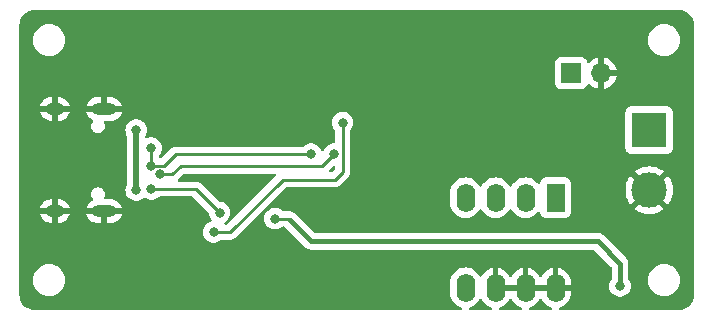
<source format=gbl>
G04 #@! TF.GenerationSoftware,KiCad,Pcbnew,7.0.5-0*
G04 #@! TF.CreationDate,2023-05-30T07:39:27+09:00*
G04 #@! TF.ProjectId,LDR6321_PD_Decoy,4c445236-3332-4315-9f50-445f4465636f,0.5*
G04 #@! TF.SameCoordinates,Original*
G04 #@! TF.FileFunction,Copper,L2,Bot*
G04 #@! TF.FilePolarity,Positive*
%FSLAX46Y46*%
G04 Gerber Fmt 4.6, Leading zero omitted, Abs format (unit mm)*
G04 Created by KiCad (PCBNEW 7.0.5-0) date 2023-05-30 07:39:27*
%MOMM*%
%LPD*%
G01*
G04 APERTURE LIST*
G04 #@! TA.AperFunction,ComponentPad*
%ADD10R,3.000000X3.000000*%
G04 #@! TD*
G04 #@! TA.AperFunction,ComponentPad*
%ADD11C,3.000000*%
G04 #@! TD*
G04 #@! TA.AperFunction,ComponentPad*
%ADD12R,1.700000X1.700000*%
G04 #@! TD*
G04 #@! TA.AperFunction,ComponentPad*
%ADD13O,1.700000X1.700000*%
G04 #@! TD*
G04 #@! TA.AperFunction,ComponentPad*
%ADD14R,1.600000X2.400000*%
G04 #@! TD*
G04 #@! TA.AperFunction,ComponentPad*
%ADD15O,1.600000X2.400000*%
G04 #@! TD*
G04 #@! TA.AperFunction,ComponentPad*
%ADD16O,2.100000X1.000000*%
G04 #@! TD*
G04 #@! TA.AperFunction,ComponentPad*
%ADD17O,1.600000X1.000000*%
G04 #@! TD*
G04 #@! TA.AperFunction,ViaPad*
%ADD18C,0.800000*%
G04 #@! TD*
G04 #@! TA.AperFunction,Conductor*
%ADD19C,0.500000*%
G04 #@! TD*
G04 #@! TA.AperFunction,Conductor*
%ADD20C,0.250000*%
G04 #@! TD*
G04 #@! TA.AperFunction,Conductor*
%ADD21C,0.400000*%
G04 #@! TD*
G04 APERTURE END LIST*
D10*
X155000000Y-73660000D03*
D11*
X155000000Y-78740000D03*
D12*
X148391000Y-68834000D03*
D13*
X150931000Y-68834000D03*
D14*
X147066000Y-79375000D03*
D15*
X144526000Y-79375000D03*
X141986000Y-79375000D03*
X139446000Y-79375000D03*
X139446000Y-86995000D03*
X141986000Y-86995000D03*
X144526000Y-86995000D03*
X147066000Y-86995000D03*
D16*
X108854000Y-71880000D03*
D17*
X104674000Y-71880000D03*
D16*
X108854000Y-80520000D03*
D17*
X104674000Y-80520000D03*
D18*
X133350000Y-86360000D03*
X128905000Y-68580000D03*
X111379000Y-70612000D03*
X135890000Y-74930000D03*
X131826000Y-84515500D03*
X143891000Y-81788000D03*
X110490000Y-83820000D03*
X116205000Y-86995000D03*
X115824000Y-71120000D03*
X107950000Y-86360000D03*
X144780000Y-66040000D03*
X107950000Y-67310000D03*
X147320000Y-66040000D03*
X152400000Y-66040000D03*
X110490000Y-86360000D03*
X138430000Y-76200000D03*
X125730000Y-86360000D03*
X111506000Y-80137000D03*
X141224000Y-81661000D03*
X149860000Y-66040000D03*
X113665000Y-86995000D03*
X129540000Y-86360000D03*
X119888000Y-78105000D03*
X135890000Y-76200000D03*
X131699000Y-76962000D03*
X138430000Y-74930000D03*
X107950000Y-69850000D03*
X111379000Y-72009000D03*
X107950000Y-83820000D03*
X128905000Y-70485000D03*
X111566000Y-73660000D03*
X111566000Y-78740000D03*
X118618000Y-80645000D03*
X112836000Y-78645000D03*
X118110000Y-82296000D03*
X129032000Y-73025000D03*
X113559814Y-77399000D03*
X128307500Y-75692000D03*
X126365000Y-75692000D03*
X112836000Y-76674500D03*
X112836000Y-75184000D03*
X123317000Y-81153000D03*
X152527000Y-86868000D03*
D19*
X111566000Y-73660000D02*
X111566000Y-78740000D01*
D20*
X118618000Y-80645000D02*
X116618000Y-78645000D01*
X116618000Y-78645000D02*
X112836000Y-78645000D01*
X129032000Y-77216000D02*
X129032000Y-73025000D01*
X123952000Y-77851000D02*
X128397000Y-77851000D01*
X119507000Y-82296000D02*
X123952000Y-77851000D01*
X128397000Y-77851000D02*
X129032000Y-77216000D01*
X118110000Y-82296000D02*
X119507000Y-82296000D01*
X127291500Y-76708000D02*
X128307500Y-75692000D01*
X115316000Y-76708000D02*
X127291500Y-76708000D01*
X114625000Y-77399000D02*
X115316000Y-76708000D01*
X113559814Y-77399000D02*
X114625000Y-77399000D01*
X113952500Y-76674500D02*
X112836000Y-76674500D01*
X114935000Y-75692000D02*
X113952500Y-76674500D01*
X112836000Y-75184000D02*
X112836000Y-76674500D01*
X126365000Y-75692000D02*
X114935000Y-75692000D01*
D21*
X152527000Y-86868000D02*
X152527000Y-84963000D01*
X152527000Y-84963000D02*
X150622000Y-83058000D01*
D20*
X124460000Y-81153000D02*
X123317000Y-81153000D01*
X124587000Y-81280000D02*
X124460000Y-81153000D01*
D21*
X126365000Y-83058000D02*
X124587000Y-81280000D01*
X150622000Y-83058000D02*
X126365000Y-83058000D01*
G04 #@! TA.AperFunction,Conductor*
G36*
X123333271Y-77361185D02*
G01*
X123379026Y-77413989D01*
X123388970Y-77483147D01*
X123359945Y-77546703D01*
X123353913Y-77553181D01*
X119280914Y-81626181D01*
X119219591Y-81659666D01*
X119193233Y-81662500D01*
X119144797Y-81662500D01*
X119077758Y-81642815D01*
X119032003Y-81590011D01*
X119022059Y-81520853D01*
X119051084Y-81457297D01*
X119071911Y-81438182D01*
X119087018Y-81427206D01*
X119229253Y-81323866D01*
X119357040Y-81181944D01*
X119452527Y-81016556D01*
X119511542Y-80834928D01*
X119531504Y-80645000D01*
X119511542Y-80455072D01*
X119452527Y-80273444D01*
X119357040Y-80108056D01*
X119229638Y-79966562D01*
X119229254Y-79966135D01*
X119144741Y-79904732D01*
X119074752Y-79853882D01*
X118900288Y-79776206D01*
X118900286Y-79776205D01*
X118713487Y-79736500D01*
X118656766Y-79736500D01*
X118589727Y-79716815D01*
X118569085Y-79700181D01*
X117125088Y-78256183D01*
X117115187Y-78243823D01*
X117114977Y-78243998D01*
X117110002Y-78237986D01*
X117110000Y-78237982D01*
X117059621Y-78190673D01*
X117058253Y-78189348D01*
X117037770Y-78168865D01*
X117037769Y-78168864D01*
X117037767Y-78168862D01*
X117035250Y-78166910D01*
X117032183Y-78164531D01*
X117027750Y-78160744D01*
X116993321Y-78128414D01*
X116993319Y-78128412D01*
X116975431Y-78118578D01*
X116959170Y-78107897D01*
X116943039Y-78095384D01*
X116899693Y-78076627D01*
X116894445Y-78074056D01*
X116861993Y-78056216D01*
X116853060Y-78051305D01*
X116849660Y-78050432D01*
X116833287Y-78046228D01*
X116814881Y-78039926D01*
X116796144Y-78031818D01*
X116796146Y-78031818D01*
X116749496Y-78024430D01*
X116743781Y-78023246D01*
X116723612Y-78018068D01*
X116698032Y-78011500D01*
X116698030Y-78011500D01*
X116677616Y-78011500D01*
X116658217Y-78009973D01*
X116638058Y-78006780D01*
X116638057Y-78006780D01*
X116591034Y-78011225D01*
X116585196Y-78011500D01*
X115207765Y-78011500D01*
X115140726Y-77991815D01*
X115094971Y-77939011D01*
X115085027Y-77869853D01*
X115114052Y-77806297D01*
X115120084Y-77799819D01*
X115542085Y-77377819D01*
X115603408Y-77344334D01*
X115629766Y-77341500D01*
X123266232Y-77341500D01*
X123333271Y-77361185D01*
G37*
G04 #@! TD.AperFunction*
G04 #@! TA.AperFunction,Conductor*
G36*
X141111515Y-63500880D02*
G01*
X157516495Y-63510485D01*
X157516586Y-63510500D01*
X157536588Y-63510500D01*
X157537560Y-63510500D01*
X157542426Y-63510691D01*
X157569842Y-63512848D01*
X157727305Y-63525241D01*
X157746517Y-63528284D01*
X157919721Y-63569866D01*
X157938216Y-63575875D01*
X158025539Y-63612046D01*
X158102786Y-63644043D01*
X158120123Y-63652877D01*
X158271993Y-63745943D01*
X158287735Y-63757380D01*
X158423180Y-63873061D01*
X158436938Y-63886819D01*
X158552619Y-64022264D01*
X158564056Y-64038006D01*
X158657122Y-64189876D01*
X158665956Y-64207213D01*
X158734121Y-64371776D01*
X158740134Y-64390281D01*
X158746574Y-64417105D01*
X158750000Y-64446053D01*
X158750000Y-87953946D01*
X158746573Y-87982895D01*
X158740133Y-88009718D01*
X158734121Y-88028222D01*
X158665956Y-88192786D01*
X158657122Y-88210123D01*
X158564056Y-88361993D01*
X158552619Y-88377735D01*
X158436938Y-88513180D01*
X158423180Y-88526938D01*
X158287735Y-88642619D01*
X158271993Y-88654056D01*
X158120123Y-88747122D01*
X158102786Y-88755956D01*
X157938223Y-88824121D01*
X157919716Y-88830134D01*
X157746518Y-88871714D01*
X157727302Y-88874758D01*
X157542427Y-88889309D01*
X157537560Y-88889500D01*
X147453140Y-88889500D01*
X147386101Y-88869815D01*
X147340346Y-88817011D01*
X147330402Y-88747853D01*
X147359427Y-88684297D01*
X147418205Y-88646523D01*
X147421047Y-88645725D01*
X147512317Y-88621269D01*
X147512326Y-88621265D01*
X147718482Y-88525134D01*
X147904820Y-88394657D01*
X148065657Y-88233820D01*
X148196134Y-88047482D01*
X148292265Y-87841326D01*
X148292269Y-87841317D01*
X148351139Y-87621610D01*
X148351141Y-87621599D01*
X148365999Y-87451766D01*
X148366000Y-87451764D01*
X148366000Y-87245000D01*
X147381686Y-87245000D01*
X147393641Y-87233045D01*
X147451165Y-87120148D01*
X147470986Y-86995000D01*
X147451165Y-86869852D01*
X147393641Y-86756955D01*
X147381686Y-86745000D01*
X148366000Y-86745000D01*
X148366000Y-86538235D01*
X148365999Y-86538233D01*
X148351141Y-86368400D01*
X148351139Y-86368389D01*
X148292269Y-86148682D01*
X148292265Y-86148673D01*
X148196134Y-85942517D01*
X148065657Y-85756179D01*
X147904820Y-85595342D01*
X147718482Y-85464865D01*
X147512328Y-85368734D01*
X147316000Y-85316127D01*
X147315999Y-86679313D01*
X147304045Y-86667359D01*
X147191148Y-86609835D01*
X147097481Y-86595000D01*
X147034519Y-86595000D01*
X146940852Y-86609835D01*
X146827955Y-86667359D01*
X146816000Y-86679314D01*
X146816000Y-85316127D01*
X146619671Y-85368734D01*
X146413517Y-85464865D01*
X146227179Y-85595342D01*
X146066342Y-85756179D01*
X145935865Y-85942517D01*
X145908382Y-86001457D01*
X145862210Y-86053896D01*
X145795016Y-86073048D01*
X145728135Y-86052832D01*
X145683618Y-86001457D01*
X145656134Y-85942517D01*
X145525657Y-85756179D01*
X145364820Y-85595342D01*
X145178482Y-85464865D01*
X144972328Y-85368734D01*
X144776000Y-85316127D01*
X144776000Y-86679314D01*
X144764045Y-86667359D01*
X144651148Y-86609835D01*
X144557481Y-86595000D01*
X144494519Y-86595000D01*
X144400852Y-86609835D01*
X144287955Y-86667359D01*
X144276000Y-86679314D01*
X144276000Y-85316127D01*
X144079671Y-85368734D01*
X143873517Y-85464865D01*
X143687179Y-85595342D01*
X143526342Y-85756179D01*
X143395865Y-85942517D01*
X143368382Y-86001457D01*
X143322210Y-86053896D01*
X143255016Y-86073048D01*
X143188135Y-86052832D01*
X143143618Y-86001457D01*
X143116134Y-85942517D01*
X142985657Y-85756179D01*
X142824820Y-85595342D01*
X142638482Y-85464865D01*
X142432328Y-85368734D01*
X142236000Y-85316127D01*
X142236000Y-86679314D01*
X142224045Y-86667359D01*
X142111148Y-86609835D01*
X142017481Y-86595000D01*
X141954519Y-86595000D01*
X141860852Y-86609835D01*
X141747955Y-86667359D01*
X141736000Y-86679314D01*
X141736000Y-85316127D01*
X141539671Y-85368734D01*
X141333517Y-85464865D01*
X141147179Y-85595342D01*
X140986342Y-85756179D01*
X140855865Y-85942517D01*
X140833071Y-85991401D01*
X140786898Y-86043840D01*
X140719705Y-86062992D01*
X140652824Y-86042776D01*
X140608307Y-85991401D01*
X140583523Y-85938251D01*
X140554173Y-85896335D01*
X140452198Y-85750700D01*
X140290300Y-85588802D01*
X140102749Y-85457477D01*
X140102745Y-85457475D01*
X139895249Y-85360718D01*
X139895238Y-85360714D01*
X139674089Y-85301457D01*
X139674081Y-85301456D01*
X139446002Y-85281502D01*
X139445998Y-85281502D01*
X139217918Y-85301456D01*
X139217910Y-85301457D01*
X138996761Y-85360714D01*
X138996750Y-85360718D01*
X138789254Y-85457475D01*
X138789252Y-85457476D01*
X138789249Y-85457477D01*
X138789251Y-85457477D01*
X138601700Y-85588802D01*
X138601698Y-85588803D01*
X138601695Y-85588806D01*
X138439806Y-85750695D01*
X138308476Y-85938252D01*
X138308475Y-85938254D01*
X138211718Y-86145750D01*
X138211714Y-86145761D01*
X138152457Y-86366910D01*
X138152456Y-86366918D01*
X138137500Y-86537869D01*
X138137500Y-87452130D01*
X138152456Y-87623081D01*
X138152457Y-87623089D01*
X138211714Y-87844238D01*
X138211718Y-87844249D01*
X138297506Y-88028222D01*
X138308477Y-88051749D01*
X138439802Y-88239300D01*
X138601700Y-88401198D01*
X138789251Y-88532523D01*
X138914091Y-88590736D01*
X138996750Y-88629281D01*
X138996752Y-88629281D01*
X138996757Y-88629284D01*
X138996761Y-88629285D01*
X139058115Y-88645725D01*
X139117775Y-88682090D01*
X139148304Y-88744937D01*
X139140009Y-88814313D01*
X139095524Y-88868191D01*
X139028972Y-88889465D01*
X139026021Y-88889500D01*
X102932440Y-88889500D01*
X102927573Y-88889309D01*
X102742697Y-88874758D01*
X102723481Y-88871714D01*
X102550283Y-88830134D01*
X102531776Y-88824121D01*
X102367213Y-88755956D01*
X102349876Y-88747122D01*
X102198006Y-88654056D01*
X102182264Y-88642619D01*
X102046819Y-88526938D01*
X102033061Y-88513180D01*
X101917380Y-88377735D01*
X101905943Y-88361993D01*
X101812877Y-88210123D01*
X101804043Y-88192786D01*
X101790316Y-88159648D01*
X101735875Y-88028216D01*
X101729865Y-88009716D01*
X101727196Y-87998599D01*
X101688284Y-87836517D01*
X101685241Y-87817301D01*
X101670691Y-87632425D01*
X101670500Y-87627559D01*
X101670500Y-86360000D01*
X102844341Y-86360000D01*
X102864936Y-86595403D01*
X102864938Y-86595413D01*
X102926094Y-86823655D01*
X102926096Y-86823659D01*
X102926097Y-86823663D01*
X102976031Y-86930745D01*
X103025964Y-87037828D01*
X103025965Y-87037830D01*
X103161505Y-87231402D01*
X103328597Y-87398494D01*
X103522169Y-87534034D01*
X103522171Y-87534035D01*
X103736337Y-87633903D01*
X103964592Y-87695063D01*
X104141032Y-87710499D01*
X104141033Y-87710500D01*
X104141034Y-87710500D01*
X104258967Y-87710500D01*
X104258967Y-87710499D01*
X104435408Y-87695063D01*
X104663663Y-87633903D01*
X104877829Y-87534035D01*
X105071401Y-87398495D01*
X105238495Y-87231401D01*
X105374035Y-87037830D01*
X105473903Y-86823663D01*
X105535063Y-86595408D01*
X105555659Y-86360000D01*
X105535063Y-86124592D01*
X105486277Y-85942517D01*
X105473905Y-85896344D01*
X105473904Y-85896343D01*
X105473903Y-85896337D01*
X105374035Y-85682171D01*
X105374034Y-85682169D01*
X105238494Y-85488597D01*
X105071402Y-85321505D01*
X104877830Y-85185965D01*
X104877828Y-85185964D01*
X104770746Y-85136030D01*
X104663663Y-85086097D01*
X104663659Y-85086096D01*
X104663655Y-85086094D01*
X104435413Y-85024938D01*
X104435403Y-85024936D01*
X104258967Y-85009500D01*
X104258966Y-85009500D01*
X104141034Y-85009500D01*
X104141033Y-85009500D01*
X103964596Y-85024936D01*
X103964586Y-85024938D01*
X103736344Y-85086094D01*
X103736335Y-85086098D01*
X103522171Y-85185964D01*
X103522169Y-85185965D01*
X103328597Y-85321505D01*
X103161506Y-85488597D01*
X103161501Y-85488604D01*
X103025967Y-85682165D01*
X103025965Y-85682169D01*
X102926098Y-85896335D01*
X102926094Y-85896344D01*
X102864938Y-86124586D01*
X102864936Y-86124596D01*
X102844341Y-86359999D01*
X102844341Y-86360000D01*
X101670500Y-86360000D01*
X101670500Y-80770000D01*
X103400634Y-80770000D01*
X103400931Y-80771946D01*
X103400933Y-80771952D01*
X103471562Y-80962657D01*
X103471565Y-80962664D01*
X103579149Y-81135267D01*
X103719264Y-81282668D01*
X103719266Y-81282669D01*
X103886195Y-81398856D01*
X104073092Y-81479059D01*
X104272310Y-81520000D01*
X104424000Y-81520000D01*
X104424000Y-80820000D01*
X104924000Y-80820000D01*
X104924000Y-81520000D01*
X105024713Y-81520000D01*
X105176338Y-81504581D01*
X105370381Y-81443700D01*
X105370391Y-81443695D01*
X105548215Y-81344994D01*
X105548216Y-81344994D01*
X105702530Y-81212521D01*
X105702531Y-81212520D01*
X105827018Y-81051695D01*
X105916588Y-80869093D01*
X105942246Y-80770000D01*
X107330634Y-80770000D01*
X107330931Y-80771946D01*
X107330933Y-80771952D01*
X107401562Y-80962657D01*
X107401565Y-80962664D01*
X107509149Y-81135267D01*
X107649264Y-81282668D01*
X107649266Y-81282669D01*
X107816195Y-81398856D01*
X108003092Y-81479059D01*
X108202310Y-81520000D01*
X108604000Y-81520000D01*
X108604000Y-80820000D01*
X109104000Y-80820000D01*
X109104000Y-81520000D01*
X109454713Y-81520000D01*
X109606338Y-81504581D01*
X109800381Y-81443700D01*
X109800391Y-81443695D01*
X109978215Y-81344994D01*
X109978216Y-81344994D01*
X110132530Y-81212521D01*
X110132531Y-81212520D01*
X110257018Y-81051695D01*
X110346588Y-80869093D01*
X110372246Y-80770000D01*
X109570111Y-80770000D01*
X109609610Y-80745543D01*
X109677201Y-80656038D01*
X109707895Y-80548160D01*
X109697546Y-80436479D01*
X109647552Y-80336078D01*
X109575069Y-80270000D01*
X110377366Y-80270000D01*
X110377068Y-80268053D01*
X110377066Y-80268047D01*
X110306437Y-80077342D01*
X110306434Y-80077335D01*
X110198850Y-79904732D01*
X110058735Y-79757331D01*
X110058733Y-79757330D01*
X109891804Y-79641143D01*
X109704907Y-79560940D01*
X109505690Y-79520000D01*
X108954384Y-79520000D01*
X108887345Y-79500315D01*
X108841590Y-79447511D01*
X108831646Y-79378353D01*
X108839823Y-79348547D01*
X108851843Y-79319527D01*
X108884687Y-79240236D01*
X108904466Y-79090000D01*
X108884687Y-78939764D01*
X108826698Y-78799767D01*
X108780837Y-78740000D01*
X110652496Y-78740000D01*
X110672458Y-78929928D01*
X110672459Y-78929931D01*
X110731470Y-79111549D01*
X110731473Y-79111556D01*
X110826960Y-79276944D01*
X110954747Y-79418866D01*
X111109248Y-79531118D01*
X111283712Y-79608794D01*
X111470513Y-79648500D01*
X111661487Y-79648500D01*
X111848288Y-79608794D01*
X112022752Y-79531118D01*
X112177253Y-79418866D01*
X112177258Y-79418859D01*
X112182083Y-79414517D01*
X112184105Y-79416763D01*
X112232362Y-79386944D01*
X112302221Y-79388179D01*
X112338070Y-79406200D01*
X112379248Y-79436118D01*
X112553712Y-79513794D01*
X112740513Y-79553500D01*
X112931487Y-79553500D01*
X113118288Y-79513794D01*
X113292752Y-79436118D01*
X113447253Y-79323866D01*
X113451159Y-79319527D01*
X113510646Y-79282879D01*
X113543309Y-79278500D01*
X116304234Y-79278500D01*
X116371273Y-79298185D01*
X116391915Y-79314819D01*
X117671379Y-80594284D01*
X117704864Y-80655607D01*
X117707018Y-80668999D01*
X117724458Y-80834928D01*
X117724459Y-80834931D01*
X117783470Y-81016549D01*
X117783473Y-81016556D01*
X117878960Y-81181944D01*
X117906491Y-81212520D01*
X117912375Y-81219055D01*
X117942605Y-81282046D01*
X117933980Y-81351382D01*
X117889238Y-81405047D01*
X117846007Y-81423317D01*
X117827713Y-81427205D01*
X117653246Y-81504883D01*
X117498745Y-81617135D01*
X117370959Y-81759057D01*
X117275473Y-81924443D01*
X117275470Y-81924450D01*
X117230940Y-82061500D01*
X117216458Y-82106072D01*
X117196496Y-82296000D01*
X117216458Y-82485928D01*
X117216459Y-82485931D01*
X117275470Y-82667549D01*
X117275473Y-82667556D01*
X117370960Y-82832944D01*
X117498747Y-82974866D01*
X117653248Y-83087118D01*
X117827712Y-83164794D01*
X118014513Y-83204500D01*
X118205487Y-83204500D01*
X118392288Y-83164794D01*
X118566752Y-83087118D01*
X118721253Y-82974866D01*
X118725159Y-82970527D01*
X118784646Y-82933879D01*
X118817309Y-82929500D01*
X119423366Y-82929500D01*
X119439113Y-82931238D01*
X119439139Y-82930968D01*
X119446906Y-82931702D01*
X119446908Y-82931701D01*
X119446909Y-82931702D01*
X119456259Y-82931408D01*
X119515991Y-82929531D01*
X119517939Y-82929500D01*
X119546857Y-82929500D01*
X119548222Y-82929327D01*
X119553862Y-82928614D01*
X119559685Y-82928156D01*
X119585708Y-82927338D01*
X119606890Y-82926673D01*
X119616681Y-82923827D01*
X119626481Y-82920980D01*
X119645538Y-82917032D01*
X119665797Y-82914474D01*
X119709721Y-82897082D01*
X119715221Y-82895199D01*
X119760593Y-82882018D01*
X119778165Y-82871625D01*
X119795632Y-82863068D01*
X119814617Y-82855552D01*
X119852826Y-82827790D01*
X119857704Y-82824585D01*
X119898362Y-82800542D01*
X119912802Y-82786100D01*
X119927592Y-82773470D01*
X119944107Y-82761472D01*
X119974222Y-82725067D01*
X119978126Y-82720776D01*
X121545902Y-81153000D01*
X122403496Y-81153000D01*
X122423458Y-81342928D01*
X122423459Y-81342931D01*
X122482470Y-81524549D01*
X122482473Y-81524556D01*
X122577960Y-81689944D01*
X122705747Y-81831866D01*
X122860248Y-81944118D01*
X123034712Y-82021794D01*
X123221513Y-82061500D01*
X123412487Y-82061500D01*
X123599288Y-82021794D01*
X123773752Y-81944118D01*
X123928253Y-81831866D01*
X123932159Y-81827527D01*
X123991646Y-81790879D01*
X124024309Y-81786500D01*
X124040168Y-81786500D01*
X124107207Y-81806185D01*
X124127849Y-81822819D01*
X125847563Y-83542533D01*
X125850115Y-83545245D01*
X125891722Y-83592210D01*
X125891727Y-83592215D01*
X125943377Y-83627867D01*
X125946368Y-83630067D01*
X125995774Y-83668775D01*
X126005239Y-83673035D01*
X126024783Y-83684058D01*
X126033325Y-83689954D01*
X126091984Y-83712200D01*
X126095439Y-83713630D01*
X126152667Y-83739387D01*
X126152671Y-83739389D01*
X126162881Y-83741260D01*
X126184500Y-83747286D01*
X126194199Y-83750965D01*
X126256480Y-83758527D01*
X126260184Y-83759091D01*
X126275096Y-83761823D01*
X126321908Y-83770402D01*
X126321909Y-83770401D01*
X126321910Y-83770402D01*
X126384552Y-83766613D01*
X126388296Y-83766500D01*
X150277168Y-83766500D01*
X150344207Y-83786185D01*
X150364849Y-83802819D01*
X151782181Y-85220151D01*
X151815666Y-85281474D01*
X151818500Y-85307832D01*
X151818500Y-86249538D01*
X151798815Y-86316577D01*
X151791775Y-86325797D01*
X151791779Y-86325800D01*
X151787957Y-86331059D01*
X151692473Y-86496443D01*
X151692470Y-86496450D01*
X151636939Y-86667359D01*
X151633458Y-86678072D01*
X151613496Y-86868000D01*
X151633458Y-87057928D01*
X151633459Y-87057931D01*
X151692470Y-87239549D01*
X151692473Y-87239556D01*
X151787960Y-87404944D01*
X151915747Y-87546866D01*
X152070248Y-87659118D01*
X152244712Y-87736794D01*
X152431513Y-87776500D01*
X152622487Y-87776500D01*
X152809288Y-87736794D01*
X152983752Y-87659118D01*
X153138253Y-87546866D01*
X153266040Y-87404944D01*
X153361527Y-87239556D01*
X153420542Y-87057928D01*
X153440504Y-86868000D01*
X153420542Y-86678072D01*
X153361527Y-86496444D01*
X153282751Y-86360000D01*
X154914341Y-86360000D01*
X154934936Y-86595403D01*
X154934938Y-86595413D01*
X154996094Y-86823655D01*
X154996096Y-86823659D01*
X154996097Y-86823663D01*
X155046030Y-86930746D01*
X155095964Y-87037828D01*
X155095965Y-87037830D01*
X155231505Y-87231402D01*
X155398597Y-87398494D01*
X155592169Y-87534034D01*
X155592171Y-87534035D01*
X155806337Y-87633903D01*
X156034592Y-87695063D01*
X156211032Y-87710499D01*
X156211033Y-87710500D01*
X156211034Y-87710500D01*
X156328967Y-87710500D01*
X156328967Y-87710499D01*
X156505408Y-87695063D01*
X156733663Y-87633903D01*
X156947829Y-87534035D01*
X157141401Y-87398495D01*
X157308495Y-87231401D01*
X157444035Y-87037830D01*
X157543903Y-86823663D01*
X157605063Y-86595408D01*
X157625659Y-86360000D01*
X157605063Y-86124592D01*
X157556277Y-85942517D01*
X157543905Y-85896344D01*
X157543904Y-85896343D01*
X157543903Y-85896337D01*
X157444035Y-85682171D01*
X157444034Y-85682169D01*
X157308494Y-85488597D01*
X157141402Y-85321505D01*
X156947830Y-85185965D01*
X156947828Y-85185964D01*
X156840745Y-85136030D01*
X156733663Y-85086097D01*
X156733659Y-85086096D01*
X156733655Y-85086094D01*
X156505413Y-85024938D01*
X156505403Y-85024936D01*
X156328967Y-85009500D01*
X156328966Y-85009500D01*
X156211034Y-85009500D01*
X156211033Y-85009500D01*
X156034596Y-85024936D01*
X156034586Y-85024938D01*
X155806344Y-85086094D01*
X155806335Y-85086098D01*
X155592171Y-85185964D01*
X155592169Y-85185965D01*
X155398597Y-85321505D01*
X155231506Y-85488597D01*
X155231501Y-85488604D01*
X155095967Y-85682165D01*
X155095965Y-85682169D01*
X154996098Y-85896335D01*
X154996094Y-85896344D01*
X154934938Y-86124586D01*
X154934936Y-86124596D01*
X154914341Y-86359999D01*
X154914341Y-86360000D01*
X153282751Y-86360000D01*
X153266040Y-86331056D01*
X153266039Y-86331054D01*
X153262221Y-86325800D01*
X153263633Y-86324773D01*
X153237118Y-86269503D01*
X153235500Y-86249538D01*
X153235500Y-84986295D01*
X153235613Y-84982551D01*
X153239402Y-84919908D01*
X153228091Y-84858184D01*
X153227527Y-84854480D01*
X153219965Y-84792203D01*
X153219965Y-84792199D01*
X153216286Y-84782500D01*
X153210260Y-84760881D01*
X153208389Y-84750671D01*
X153208387Y-84750667D01*
X153182634Y-84693447D01*
X153181200Y-84689984D01*
X153158954Y-84631326D01*
X153158954Y-84631325D01*
X153153058Y-84622783D01*
X153142035Y-84603239D01*
X153137775Y-84593774D01*
X153099067Y-84544368D01*
X153096867Y-84541377D01*
X153061215Y-84489727D01*
X153061210Y-84489722D01*
X153014245Y-84448115D01*
X153011533Y-84445563D01*
X151139434Y-82573464D01*
X151136900Y-82570772D01*
X151095273Y-82523785D01*
X151095272Y-82523784D01*
X151095271Y-82523783D01*
X151043628Y-82488136D01*
X151040611Y-82485916D01*
X150991227Y-82447225D01*
X150985235Y-82444528D01*
X150981760Y-82442964D01*
X150962216Y-82431941D01*
X150957210Y-82428486D01*
X150953677Y-82426047D01*
X150953672Y-82426044D01*
X150895015Y-82403798D01*
X150891555Y-82402365D01*
X150834331Y-82376611D01*
X150834332Y-82376611D01*
X150824110Y-82374738D01*
X150802510Y-82368716D01*
X150792801Y-82365035D01*
X150792797Y-82365034D01*
X150792796Y-82365034D01*
X150730511Y-82357470D01*
X150726810Y-82356907D01*
X150665096Y-82345598D01*
X150665090Y-82345598D01*
X150602455Y-82349387D01*
X150598710Y-82349500D01*
X126709832Y-82349500D01*
X126642793Y-82329815D01*
X126622151Y-82313181D01*
X125057682Y-80748711D01*
X124975345Y-80684204D01*
X124956226Y-80669225D01*
X124956224Y-80669224D01*
X124956223Y-80669223D01*
X124956222Y-80669222D01*
X124799331Y-80598611D01*
X124769940Y-80593225D01*
X124732557Y-80579919D01*
X124695060Y-80559305D01*
X124695056Y-80559304D01*
X124675287Y-80554228D01*
X124656881Y-80547926D01*
X124638144Y-80539818D01*
X124638146Y-80539818D01*
X124591496Y-80532430D01*
X124585781Y-80531246D01*
X124565612Y-80526068D01*
X124540032Y-80519500D01*
X124540030Y-80519500D01*
X124519616Y-80519500D01*
X124500217Y-80517973D01*
X124480058Y-80514780D01*
X124480057Y-80514780D01*
X124433034Y-80519225D01*
X124427196Y-80519500D01*
X124024309Y-80519500D01*
X123957270Y-80499815D01*
X123932160Y-80478473D01*
X123928254Y-80474135D01*
X123902017Y-80455072D01*
X123773752Y-80361882D01*
X123599288Y-80284206D01*
X123599286Y-80284205D01*
X123412487Y-80244500D01*
X123221513Y-80244500D01*
X123034714Y-80284205D01*
X122860246Y-80361883D01*
X122705745Y-80474135D01*
X122577959Y-80616057D01*
X122482473Y-80781443D01*
X122482470Y-80781450D01*
X122423459Y-80963068D01*
X122423458Y-80963072D01*
X122403496Y-81153000D01*
X121545902Y-81153000D01*
X122866773Y-79832130D01*
X138137500Y-79832130D01*
X138152456Y-80003081D01*
X138152457Y-80003089D01*
X138211714Y-80224238D01*
X138211718Y-80224249D01*
X138306173Y-80426808D01*
X138308477Y-80431749D01*
X138439802Y-80619300D01*
X138601700Y-80781198D01*
X138789251Y-80912523D01*
X138914091Y-80970736D01*
X138996750Y-81009281D01*
X138996752Y-81009281D01*
X138996757Y-81009284D01*
X139217913Y-81068543D01*
X139380832Y-81082796D01*
X139445998Y-81088498D01*
X139446000Y-81088498D01*
X139446002Y-81088498D01*
X139503139Y-81083499D01*
X139674087Y-81068543D01*
X139895243Y-81009284D01*
X140102749Y-80912523D01*
X140290300Y-80781198D01*
X140452198Y-80619300D01*
X140583523Y-80431749D01*
X140603617Y-80388655D01*
X140649790Y-80336215D01*
X140716983Y-80317063D01*
X140783864Y-80337278D01*
X140828382Y-80388655D01*
X140846172Y-80426807D01*
X140848477Y-80431749D01*
X140979802Y-80619300D01*
X141141700Y-80781198D01*
X141329251Y-80912523D01*
X141454091Y-80970736D01*
X141536750Y-81009281D01*
X141536752Y-81009281D01*
X141536757Y-81009284D01*
X141757913Y-81068543D01*
X141920832Y-81082796D01*
X141985998Y-81088498D01*
X141986000Y-81088498D01*
X141986002Y-81088498D01*
X142043139Y-81083499D01*
X142214087Y-81068543D01*
X142435243Y-81009284D01*
X142642749Y-80912523D01*
X142830300Y-80781198D01*
X142992198Y-80619300D01*
X143123523Y-80431749D01*
X143143617Y-80388655D01*
X143189790Y-80336215D01*
X143256983Y-80317063D01*
X143323864Y-80337278D01*
X143368382Y-80388655D01*
X143386172Y-80426807D01*
X143388477Y-80431749D01*
X143519802Y-80619300D01*
X143681700Y-80781198D01*
X143869251Y-80912523D01*
X143994091Y-80970736D01*
X144076750Y-81009281D01*
X144076752Y-81009281D01*
X144076757Y-81009284D01*
X144297913Y-81068543D01*
X144460832Y-81082796D01*
X144525998Y-81088498D01*
X144526000Y-81088498D01*
X144526002Y-81088498D01*
X144583139Y-81083499D01*
X144754087Y-81068543D01*
X144975243Y-81009284D01*
X145182749Y-80912523D01*
X145370300Y-80781198D01*
X145532198Y-80619300D01*
X145537566Y-80611632D01*
X145592139Y-80568008D01*
X145661637Y-80560813D01*
X145723993Y-80592333D01*
X145759409Y-80652562D01*
X145762430Y-80669498D01*
X145764011Y-80684202D01*
X145764011Y-80684204D01*
X145800281Y-80781444D01*
X145815111Y-80821204D01*
X145902739Y-80938261D01*
X146019796Y-81025889D01*
X146156799Y-81076989D01*
X146184050Y-81079918D01*
X146217345Y-81083499D01*
X146217362Y-81083500D01*
X147914638Y-81083500D01*
X147914654Y-81083499D01*
X147941692Y-81080591D01*
X147975201Y-81076989D01*
X148112204Y-81025889D01*
X148229261Y-80938261D01*
X148316889Y-80821204D01*
X148367989Y-80684201D01*
X148371591Y-80650692D01*
X148374499Y-80623654D01*
X148374500Y-80623637D01*
X148374500Y-78740001D01*
X152994891Y-78740001D01*
X153015300Y-79025362D01*
X153076109Y-79304895D01*
X153176091Y-79572958D01*
X153313191Y-79824038D01*
X153313196Y-79824046D01*
X153419882Y-79966561D01*
X153419883Y-79966562D01*
X154315195Y-79071250D01*
X154337340Y-79122587D01*
X154443433Y-79265094D01*
X154579530Y-79379294D01*
X154669216Y-79424335D01*
X153773436Y-80320115D01*
X153915960Y-80426807D01*
X153915961Y-80426808D01*
X154167042Y-80563908D01*
X154167041Y-80563908D01*
X154435104Y-80663890D01*
X154714637Y-80724699D01*
X154999999Y-80745109D01*
X155000001Y-80745109D01*
X155285362Y-80724699D01*
X155564895Y-80663890D01*
X155832958Y-80563908D01*
X156084047Y-80426803D01*
X156226561Y-80320116D01*
X156226562Y-80320115D01*
X155333748Y-79427300D01*
X155343409Y-79423784D01*
X155491844Y-79326157D01*
X155613764Y-79196930D01*
X155685768Y-79072215D01*
X156580115Y-79966562D01*
X156580116Y-79966561D01*
X156686803Y-79824047D01*
X156823908Y-79572958D01*
X156923890Y-79304895D01*
X156984699Y-79025362D01*
X157005109Y-78740001D01*
X157005109Y-78739998D01*
X156984699Y-78454637D01*
X156923890Y-78175104D01*
X156823908Y-77907041D01*
X156686808Y-77655961D01*
X156686807Y-77655960D01*
X156580115Y-77513436D01*
X155684803Y-78408747D01*
X155662660Y-78357413D01*
X155556567Y-78214906D01*
X155420470Y-78100706D01*
X155330782Y-78055663D01*
X156226562Y-77159883D01*
X156226561Y-77159882D01*
X156084046Y-77053196D01*
X156084038Y-77053191D01*
X155832957Y-76916091D01*
X155832958Y-76916091D01*
X155564895Y-76816109D01*
X155285362Y-76755300D01*
X155000001Y-76734891D01*
X154999999Y-76734891D01*
X154714637Y-76755300D01*
X154435104Y-76816109D01*
X154167041Y-76916091D01*
X153915961Y-77053191D01*
X153915953Y-77053196D01*
X153773437Y-77159882D01*
X153773436Y-77159883D01*
X154666252Y-78052699D01*
X154656591Y-78056216D01*
X154508156Y-78153843D01*
X154386236Y-78283070D01*
X154314231Y-78407784D01*
X153419883Y-77513436D01*
X153419882Y-77513437D01*
X153313196Y-77655953D01*
X153313191Y-77655961D01*
X153176091Y-77907041D01*
X153076109Y-78175104D01*
X153015300Y-78454637D01*
X152994891Y-78739998D01*
X152994891Y-78740001D01*
X148374500Y-78740001D01*
X148374500Y-78126362D01*
X148374499Y-78126345D01*
X148371157Y-78095270D01*
X148367989Y-78065799D01*
X148362583Y-78051306D01*
X148331812Y-77968806D01*
X148316889Y-77928796D01*
X148229261Y-77811739D01*
X148112204Y-77724111D01*
X148109472Y-77723092D01*
X147975203Y-77673011D01*
X147914654Y-77666500D01*
X147914638Y-77666500D01*
X146217362Y-77666500D01*
X146217345Y-77666500D01*
X146156797Y-77673011D01*
X146156795Y-77673011D01*
X146019795Y-77724111D01*
X145902739Y-77811739D01*
X145815111Y-77928795D01*
X145764011Y-78065795D01*
X145764011Y-78065797D01*
X145762430Y-78080501D01*
X145735691Y-78145052D01*
X145678298Y-78184899D01*
X145608473Y-78187392D01*
X145548384Y-78151738D01*
X145537574Y-78138379D01*
X145532198Y-78130700D01*
X145370300Y-77968802D01*
X145182749Y-77837477D01*
X145182745Y-77837475D01*
X144975249Y-77740718D01*
X144975238Y-77740714D01*
X144754089Y-77681457D01*
X144754081Y-77681456D01*
X144526002Y-77661502D01*
X144525998Y-77661502D01*
X144297918Y-77681456D01*
X144297910Y-77681457D01*
X144076761Y-77740714D01*
X144076750Y-77740718D01*
X143869254Y-77837475D01*
X143869252Y-77837476D01*
X143869249Y-77837477D01*
X143869251Y-77837477D01*
X143681700Y-77968802D01*
X143681698Y-77968803D01*
X143681695Y-77968806D01*
X143519806Y-78130695D01*
X143519803Y-78130698D01*
X143519802Y-78130700D01*
X143496107Y-78164540D01*
X143388476Y-78318251D01*
X143368382Y-78361345D01*
X143322209Y-78413784D01*
X143255016Y-78432936D01*
X143188135Y-78412720D01*
X143143618Y-78361345D01*
X143123523Y-78318251D01*
X143096794Y-78280078D01*
X142992198Y-78130700D01*
X142830300Y-77968802D01*
X142642749Y-77837477D01*
X142642745Y-77837475D01*
X142435249Y-77740718D01*
X142435238Y-77740714D01*
X142214089Y-77681457D01*
X142214081Y-77681456D01*
X141986002Y-77661502D01*
X141985998Y-77661502D01*
X141757918Y-77681456D01*
X141757910Y-77681457D01*
X141536761Y-77740714D01*
X141536750Y-77740718D01*
X141329254Y-77837475D01*
X141329252Y-77837476D01*
X141329249Y-77837477D01*
X141329251Y-77837477D01*
X141141700Y-77968802D01*
X141141698Y-77968803D01*
X141141695Y-77968806D01*
X140979806Y-78130695D01*
X140979803Y-78130698D01*
X140979802Y-78130700D01*
X140956107Y-78164540D01*
X140848476Y-78318251D01*
X140828382Y-78361345D01*
X140782209Y-78413784D01*
X140715016Y-78432936D01*
X140648135Y-78412720D01*
X140603618Y-78361345D01*
X140583523Y-78318251D01*
X140556794Y-78280078D01*
X140452198Y-78130700D01*
X140290300Y-77968802D01*
X140102749Y-77837477D01*
X140102745Y-77837475D01*
X139895249Y-77740718D01*
X139895238Y-77740714D01*
X139674089Y-77681457D01*
X139674081Y-77681456D01*
X139446002Y-77661502D01*
X139445998Y-77661502D01*
X139217918Y-77681456D01*
X139217910Y-77681457D01*
X138996761Y-77740714D01*
X138996750Y-77740718D01*
X138789254Y-77837475D01*
X138789252Y-77837476D01*
X138789249Y-77837477D01*
X138789251Y-77837477D01*
X138601700Y-77968802D01*
X138601698Y-77968803D01*
X138601695Y-77968806D01*
X138439806Y-78130695D01*
X138439803Y-78130698D01*
X138439802Y-78130700D01*
X138388802Y-78203535D01*
X138308476Y-78318252D01*
X138308475Y-78318254D01*
X138211718Y-78525750D01*
X138211714Y-78525761D01*
X138152457Y-78746910D01*
X138152456Y-78746918D01*
X138137500Y-78917869D01*
X138137500Y-79832130D01*
X122866773Y-79832130D01*
X124178084Y-78520819D01*
X124239408Y-78487334D01*
X124265766Y-78484500D01*
X128313366Y-78484500D01*
X128329113Y-78486238D01*
X128329139Y-78485968D01*
X128336906Y-78486702D01*
X128336908Y-78486701D01*
X128336909Y-78486702D01*
X128346259Y-78486408D01*
X128405991Y-78484531D01*
X128407939Y-78484500D01*
X128436857Y-78484500D01*
X128438222Y-78484327D01*
X128443862Y-78483614D01*
X128449685Y-78483156D01*
X128475708Y-78482338D01*
X128496890Y-78481673D01*
X128506681Y-78478827D01*
X128516481Y-78475980D01*
X128535538Y-78472032D01*
X128555797Y-78469474D01*
X128599721Y-78452082D01*
X128605221Y-78450199D01*
X128650593Y-78437018D01*
X128668165Y-78426625D01*
X128685632Y-78418068D01*
X128704617Y-78410552D01*
X128742826Y-78382790D01*
X128747704Y-78379585D01*
X128788362Y-78355542D01*
X128802802Y-78341100D01*
X128817592Y-78328470D01*
X128834107Y-78316472D01*
X128864222Y-78280067D01*
X128868126Y-78275776D01*
X129420815Y-77723087D01*
X129433180Y-77713183D01*
X129433006Y-77712973D01*
X129439012Y-77708003D01*
X129439018Y-77708000D01*
X129486364Y-77657580D01*
X129487635Y-77656267D01*
X129508135Y-77635769D01*
X129512458Y-77630195D01*
X129516257Y-77625747D01*
X129548585Y-77591322D01*
X129549902Y-77588928D01*
X129558420Y-77573430D01*
X129569098Y-77557174D01*
X129581614Y-77541040D01*
X129600374Y-77497686D01*
X129602935Y-77492458D01*
X129625695Y-77451060D01*
X129630774Y-77431274D01*
X129637072Y-77412882D01*
X129645181Y-77394145D01*
X129652569Y-77347497D01*
X129653751Y-77341786D01*
X129665500Y-77296030D01*
X129665500Y-77275614D01*
X129667027Y-77256214D01*
X129670220Y-77236057D01*
X129665775Y-77189033D01*
X129665500Y-77183195D01*
X129665500Y-75208654D01*
X152991500Y-75208654D01*
X152998011Y-75269202D01*
X152998011Y-75269204D01*
X153038695Y-75378279D01*
X153049111Y-75406204D01*
X153136739Y-75523261D01*
X153253796Y-75610889D01*
X153390799Y-75661989D01*
X153418050Y-75664918D01*
X153451345Y-75668499D01*
X153451362Y-75668500D01*
X156548638Y-75668500D01*
X156548654Y-75668499D01*
X156575692Y-75665591D01*
X156609201Y-75661989D01*
X156746204Y-75610889D01*
X156863261Y-75523261D01*
X156950889Y-75406204D01*
X157001989Y-75269201D01*
X157006576Y-75226532D01*
X157008499Y-75208654D01*
X157008500Y-75208637D01*
X157008500Y-72111362D01*
X157008499Y-72111345D01*
X157005157Y-72080270D01*
X157001989Y-72050799D01*
X156950889Y-71913796D01*
X156863261Y-71796739D01*
X156746204Y-71709111D01*
X156711262Y-71696078D01*
X156609203Y-71658011D01*
X156548654Y-71651500D01*
X156548638Y-71651500D01*
X153451362Y-71651500D01*
X153451345Y-71651500D01*
X153390797Y-71658011D01*
X153390795Y-71658011D01*
X153253795Y-71709111D01*
X153136739Y-71796739D01*
X153049111Y-71913795D01*
X152998011Y-72050795D01*
X152998011Y-72050797D01*
X152991500Y-72111345D01*
X152991500Y-75208654D01*
X129665500Y-75208654D01*
X129665500Y-73726756D01*
X129685185Y-73659717D01*
X129697346Y-73643788D01*
X129771040Y-73561944D01*
X129866527Y-73396556D01*
X129925542Y-73214928D01*
X129945504Y-73025000D01*
X129925542Y-72835072D01*
X129866527Y-72653444D01*
X129771040Y-72488056D01*
X129643253Y-72346134D01*
X129488752Y-72233882D01*
X129314288Y-72156206D01*
X129314286Y-72156205D01*
X129127487Y-72116500D01*
X128936513Y-72116500D01*
X128749714Y-72156205D01*
X128662479Y-72195043D01*
X128586005Y-72229093D01*
X128575246Y-72233883D01*
X128420745Y-72346135D01*
X128292959Y-72488057D01*
X128197473Y-72653443D01*
X128197470Y-72653450D01*
X128152711Y-72791205D01*
X128138458Y-72835072D01*
X128118496Y-73025000D01*
X128138458Y-73214928D01*
X128138459Y-73214931D01*
X128197470Y-73396549D01*
X128197473Y-73396556D01*
X128239917Y-73470072D01*
X128292960Y-73561944D01*
X128366649Y-73643784D01*
X128396880Y-73706775D01*
X128398500Y-73726756D01*
X128398500Y-74659500D01*
X128378815Y-74726539D01*
X128326011Y-74772294D01*
X128274500Y-74783500D01*
X128212013Y-74783500D01*
X128025214Y-74823205D01*
X127850746Y-74900883D01*
X127696245Y-75013135D01*
X127568459Y-75155057D01*
X127472973Y-75320443D01*
X127472971Y-75320447D01*
X127454181Y-75378279D01*
X127414743Y-75435954D01*
X127350384Y-75463152D01*
X127281538Y-75451237D01*
X127230062Y-75403993D01*
X127218319Y-75378279D01*
X127199528Y-75320447D01*
X127199527Y-75320446D01*
X127199527Y-75320444D01*
X127104040Y-75155056D01*
X126976253Y-75013134D01*
X126821752Y-74900882D01*
X126647288Y-74823206D01*
X126647286Y-74823205D01*
X126460487Y-74783500D01*
X126269513Y-74783500D01*
X126082714Y-74823205D01*
X125908246Y-74900883D01*
X125753745Y-75013135D01*
X125749840Y-75017473D01*
X125690354Y-75054121D01*
X125657691Y-75058500D01*
X115018631Y-75058500D01*
X115002879Y-75056760D01*
X115002854Y-75057032D01*
X114995092Y-75056297D01*
X114925996Y-75058469D01*
X114924048Y-75058500D01*
X114895144Y-75058500D01*
X114895141Y-75058500D01*
X114895129Y-75058501D01*
X114888137Y-75059384D01*
X114882320Y-75059841D01*
X114835114Y-75061325D01*
X114835107Y-75061326D01*
X114815500Y-75067022D01*
X114796461Y-75070965D01*
X114776211Y-75073524D01*
X114776201Y-75073526D01*
X114732291Y-75090911D01*
X114726765Y-75092803D01*
X114681412Y-75105979D01*
X114681407Y-75105981D01*
X114663833Y-75116374D01*
X114646372Y-75124928D01*
X114627386Y-75132446D01*
X114627384Y-75132447D01*
X114589172Y-75160208D01*
X114584290Y-75163415D01*
X114543637Y-75187457D01*
X114529201Y-75201894D01*
X114514415Y-75214523D01*
X114497893Y-75226528D01*
X114497891Y-75226529D01*
X114497891Y-75226530D01*
X114497888Y-75226532D01*
X114467780Y-75262925D01*
X114463849Y-75267246D01*
X113726414Y-76004681D01*
X113665091Y-76038166D01*
X113638733Y-76041000D01*
X113593500Y-76041000D01*
X113526461Y-76021315D01*
X113480706Y-75968511D01*
X113469500Y-75917000D01*
X113469500Y-75885756D01*
X113489185Y-75818717D01*
X113501346Y-75802788D01*
X113575040Y-75720944D01*
X113670527Y-75555556D01*
X113729542Y-75373928D01*
X113749504Y-75184000D01*
X113729542Y-74994072D01*
X113670527Y-74812444D01*
X113575040Y-74647056D01*
X113447253Y-74505134D01*
X113292752Y-74392882D01*
X113118288Y-74315206D01*
X113118286Y-74315205D01*
X112931487Y-74275500D01*
X112740513Y-74275500D01*
X112553713Y-74315205D01*
X112553710Y-74315206D01*
X112498934Y-74339594D01*
X112429684Y-74348878D01*
X112366408Y-74319249D01*
X112329195Y-74260114D01*
X112324500Y-74226314D01*
X112324500Y-74196463D01*
X112341113Y-74134463D01*
X112400527Y-74031556D01*
X112459542Y-73849928D01*
X112479504Y-73660000D01*
X112459542Y-73470072D01*
X112400527Y-73288444D01*
X112305040Y-73123056D01*
X112189981Y-72995270D01*
X112177254Y-72981135D01*
X112121744Y-72940804D01*
X112022752Y-72868882D01*
X111848288Y-72791206D01*
X111848286Y-72791205D01*
X111661487Y-72751500D01*
X111470513Y-72751500D01*
X111283714Y-72791205D01*
X111109246Y-72868883D01*
X110954745Y-72981135D01*
X110826959Y-73123057D01*
X110731473Y-73288443D01*
X110731470Y-73288450D01*
X110675654Y-73460236D01*
X110672458Y-73470072D01*
X110652496Y-73660000D01*
X110672458Y-73849928D01*
X110672459Y-73849931D01*
X110731470Y-74031549D01*
X110731473Y-74031556D01*
X110790887Y-74134463D01*
X110807500Y-74196463D01*
X110807500Y-78203535D01*
X110790888Y-78265533D01*
X110784988Y-78275754D01*
X110731472Y-78368446D01*
X110731470Y-78368450D01*
X110680358Y-78525757D01*
X110672458Y-78550072D01*
X110652496Y-78740000D01*
X108780837Y-78740000D01*
X108734451Y-78679549D01*
X108614233Y-78587302D01*
X108614229Y-78587300D01*
X108524352Y-78550072D01*
X108474236Y-78529313D01*
X108460171Y-78527461D01*
X108361727Y-78514500D01*
X108361720Y-78514500D01*
X108286280Y-78514500D01*
X108286272Y-78514500D01*
X108173764Y-78529313D01*
X108173763Y-78529313D01*
X108033770Y-78587300D01*
X107913549Y-78679549D01*
X107821300Y-78799770D01*
X107763313Y-78939763D01*
X107763312Y-78939765D01*
X107743533Y-79089999D01*
X107743533Y-79090000D01*
X107763312Y-79240234D01*
X107763313Y-79240236D01*
X107821300Y-79380230D01*
X107821302Y-79380234D01*
X107850944Y-79418863D01*
X107872926Y-79447511D01*
X107875799Y-79451254D01*
X107900994Y-79516423D01*
X107886956Y-79584868D01*
X107838143Y-79634858D01*
X107837603Y-79635159D01*
X107729788Y-79695002D01*
X107729783Y-79695005D01*
X107575469Y-79827478D01*
X107575468Y-79827479D01*
X107450981Y-79988304D01*
X107361411Y-80170906D01*
X107335754Y-80270000D01*
X108137889Y-80270000D01*
X108098390Y-80294457D01*
X108030799Y-80383962D01*
X108000105Y-80491840D01*
X108010454Y-80603521D01*
X108060448Y-80703922D01*
X108132931Y-80770000D01*
X107330634Y-80770000D01*
X105942246Y-80770000D01*
X105140111Y-80770000D01*
X105179610Y-80745543D01*
X105247201Y-80656038D01*
X105277895Y-80548160D01*
X105267546Y-80436479D01*
X105217552Y-80336078D01*
X105145069Y-80270000D01*
X105947366Y-80270000D01*
X105947068Y-80268053D01*
X105947066Y-80268047D01*
X105876437Y-80077342D01*
X105876434Y-80077335D01*
X105768850Y-79904732D01*
X105628735Y-79757331D01*
X105628733Y-79757330D01*
X105461804Y-79641143D01*
X105274907Y-79560940D01*
X105075690Y-79520000D01*
X104924000Y-79520000D01*
X104924000Y-80220000D01*
X104424000Y-80220000D01*
X104424000Y-79520000D01*
X104323287Y-79520000D01*
X104171661Y-79535418D01*
X103977618Y-79596299D01*
X103977608Y-79596304D01*
X103799784Y-79695005D01*
X103799783Y-79695005D01*
X103645469Y-79827478D01*
X103645468Y-79827479D01*
X103520981Y-79988304D01*
X103431411Y-80170906D01*
X103405754Y-80270000D01*
X104207889Y-80270000D01*
X104168390Y-80294457D01*
X104100799Y-80383962D01*
X104070105Y-80491840D01*
X104080454Y-80603521D01*
X104130448Y-80703922D01*
X104202931Y-80770000D01*
X103400634Y-80770000D01*
X101670500Y-80770000D01*
X101670500Y-72130000D01*
X103400634Y-72130000D01*
X103400931Y-72131946D01*
X103400933Y-72131952D01*
X103471562Y-72322657D01*
X103471565Y-72322664D01*
X103579149Y-72495267D01*
X103719264Y-72642668D01*
X103719266Y-72642669D01*
X103886195Y-72758856D01*
X104073092Y-72839059D01*
X104272310Y-72880000D01*
X104424000Y-72880000D01*
X104424000Y-72180000D01*
X104924000Y-72180000D01*
X104924000Y-72880000D01*
X105024713Y-72880000D01*
X105176338Y-72864581D01*
X105370381Y-72803700D01*
X105370391Y-72803695D01*
X105548215Y-72704994D01*
X105548216Y-72704994D01*
X105702530Y-72572521D01*
X105702531Y-72572520D01*
X105827018Y-72411695D01*
X105916588Y-72229093D01*
X105942246Y-72130000D01*
X107330634Y-72130000D01*
X107330931Y-72131946D01*
X107330933Y-72131952D01*
X107401562Y-72322657D01*
X107401565Y-72322664D01*
X107509149Y-72495267D01*
X107649264Y-72642668D01*
X107649266Y-72642669D01*
X107816197Y-72758857D01*
X107824071Y-72762236D01*
X107877917Y-72806760D01*
X107899142Y-72873328D01*
X107881009Y-72940804D01*
X107873551Y-72951674D01*
X107821302Y-73019766D01*
X107821300Y-73019769D01*
X107763313Y-73159763D01*
X107763312Y-73159765D01*
X107743533Y-73309999D01*
X107743533Y-73310000D01*
X107763312Y-73460234D01*
X107763313Y-73460236D01*
X107805441Y-73561943D01*
X107821302Y-73600233D01*
X107913549Y-73720451D01*
X108033767Y-73812698D01*
X108173764Y-73870687D01*
X108286280Y-73885500D01*
X108286287Y-73885500D01*
X108361713Y-73885500D01*
X108361720Y-73885500D01*
X108474236Y-73870687D01*
X108614233Y-73812698D01*
X108734451Y-73720451D01*
X108826698Y-73600233D01*
X108884687Y-73460236D01*
X108904466Y-73310000D01*
X108884687Y-73159764D01*
X108839823Y-73051453D01*
X108832354Y-72981983D01*
X108863629Y-72919504D01*
X108923718Y-72883852D01*
X108954384Y-72880000D01*
X109454713Y-72880000D01*
X109606338Y-72864581D01*
X109800381Y-72803700D01*
X109800391Y-72803695D01*
X109978215Y-72704994D01*
X109978216Y-72704994D01*
X110132530Y-72572521D01*
X110132531Y-72572520D01*
X110257018Y-72411695D01*
X110346588Y-72229093D01*
X110372246Y-72130000D01*
X109570111Y-72130000D01*
X109609610Y-72105543D01*
X109677201Y-72016038D01*
X109707895Y-71908160D01*
X109697546Y-71796479D01*
X109647552Y-71696078D01*
X109575069Y-71630000D01*
X110377366Y-71630000D01*
X110377068Y-71628053D01*
X110377066Y-71628047D01*
X110306437Y-71437342D01*
X110306434Y-71437335D01*
X110198850Y-71264732D01*
X110058735Y-71117331D01*
X110058733Y-71117330D01*
X109891804Y-71001143D01*
X109704907Y-70920940D01*
X109505690Y-70880000D01*
X109104000Y-70880000D01*
X109104000Y-71580000D01*
X108604000Y-71580000D01*
X108604000Y-70880000D01*
X108253287Y-70880000D01*
X108101661Y-70895418D01*
X107907618Y-70956299D01*
X107907608Y-70956304D01*
X107729784Y-71055005D01*
X107729783Y-71055005D01*
X107575469Y-71187478D01*
X107575468Y-71187479D01*
X107450981Y-71348304D01*
X107361411Y-71530906D01*
X107335754Y-71630000D01*
X108137889Y-71630000D01*
X108098390Y-71654457D01*
X108030799Y-71743962D01*
X108000105Y-71851840D01*
X108010454Y-71963521D01*
X108060448Y-72063922D01*
X108132931Y-72130000D01*
X107330634Y-72130000D01*
X105942246Y-72130000D01*
X105140111Y-72130000D01*
X105179610Y-72105543D01*
X105247201Y-72016038D01*
X105277895Y-71908160D01*
X105267546Y-71796479D01*
X105217552Y-71696078D01*
X105145069Y-71630000D01*
X105947366Y-71630000D01*
X105947068Y-71628053D01*
X105947066Y-71628047D01*
X105876437Y-71437342D01*
X105876434Y-71437335D01*
X105768850Y-71264732D01*
X105628735Y-71117331D01*
X105628733Y-71117330D01*
X105461804Y-71001143D01*
X105274907Y-70920940D01*
X105075690Y-70880000D01*
X104924000Y-70880000D01*
X104924000Y-71580000D01*
X104424000Y-71580000D01*
X104424000Y-70880000D01*
X104323287Y-70880000D01*
X104171661Y-70895418D01*
X103977618Y-70956299D01*
X103977608Y-70956304D01*
X103799784Y-71055005D01*
X103799783Y-71055005D01*
X103645469Y-71187478D01*
X103645468Y-71187479D01*
X103520981Y-71348304D01*
X103431411Y-71530906D01*
X103405754Y-71630000D01*
X104207889Y-71630000D01*
X104168390Y-71654457D01*
X104100799Y-71743962D01*
X104070105Y-71851840D01*
X104080454Y-71963521D01*
X104130448Y-72063922D01*
X104202931Y-72130000D01*
X103400634Y-72130000D01*
X101670500Y-72130000D01*
X101670500Y-69732654D01*
X147032500Y-69732654D01*
X147039011Y-69793202D01*
X147039011Y-69793204D01*
X147090110Y-69930203D01*
X147090111Y-69930204D01*
X147177739Y-70047261D01*
X147294796Y-70134889D01*
X147431799Y-70185989D01*
X147459050Y-70188918D01*
X147492345Y-70192499D01*
X147492362Y-70192500D01*
X149289638Y-70192500D01*
X149289654Y-70192499D01*
X149316692Y-70189591D01*
X149350201Y-70185989D01*
X149487204Y-70134889D01*
X149604261Y-70047261D01*
X149691889Y-69930204D01*
X149740223Y-69800615D01*
X149782093Y-69744686D01*
X149847557Y-69720269D01*
X149915830Y-69735121D01*
X149944084Y-69756272D01*
X150059917Y-69872105D01*
X150253421Y-70007600D01*
X150467507Y-70107429D01*
X150467516Y-70107433D01*
X150681000Y-70164634D01*
X150681000Y-69269501D01*
X150788685Y-69318680D01*
X150895237Y-69334000D01*
X150966763Y-69334000D01*
X151073315Y-69318680D01*
X151181000Y-69269501D01*
X151181000Y-70164633D01*
X151394483Y-70107433D01*
X151394492Y-70107429D01*
X151608578Y-70007600D01*
X151802082Y-69872105D01*
X151969105Y-69705082D01*
X152104600Y-69511578D01*
X152204429Y-69297492D01*
X152204432Y-69297486D01*
X152261636Y-69084000D01*
X151364686Y-69084000D01*
X151390493Y-69043844D01*
X151431000Y-68905889D01*
X151431000Y-68762111D01*
X151390493Y-68624156D01*
X151364686Y-68584000D01*
X152261636Y-68584000D01*
X152261635Y-68583999D01*
X152204432Y-68370513D01*
X152204429Y-68370507D01*
X152104600Y-68156422D01*
X152104599Y-68156420D01*
X151969113Y-67962926D01*
X151969108Y-67962920D01*
X151802082Y-67795894D01*
X151608578Y-67660399D01*
X151394492Y-67560570D01*
X151394486Y-67560567D01*
X151181000Y-67503364D01*
X151181000Y-68398498D01*
X151073315Y-68349320D01*
X150966763Y-68334000D01*
X150895237Y-68334000D01*
X150788685Y-68349320D01*
X150681000Y-68398498D01*
X150681000Y-67503364D01*
X150680999Y-67503364D01*
X150467513Y-67560567D01*
X150467507Y-67560570D01*
X150253422Y-67660399D01*
X150253420Y-67660400D01*
X150059926Y-67795886D01*
X149944084Y-67911728D01*
X149882761Y-67945212D01*
X149813069Y-67940228D01*
X149757136Y-67898356D01*
X149740223Y-67867384D01*
X149691889Y-67737796D01*
X149604261Y-67620739D01*
X149487204Y-67533111D01*
X149350203Y-67482011D01*
X149289654Y-67475500D01*
X149289638Y-67475500D01*
X147492362Y-67475500D01*
X147492345Y-67475500D01*
X147431797Y-67482011D01*
X147431795Y-67482011D01*
X147294795Y-67533111D01*
X147177739Y-67620739D01*
X147090111Y-67737795D01*
X147039011Y-67874795D01*
X147039011Y-67874797D01*
X147032500Y-67935345D01*
X147032500Y-69732654D01*
X101670500Y-69732654D01*
X101670500Y-66040000D01*
X102844341Y-66040000D01*
X102864936Y-66275403D01*
X102864938Y-66275413D01*
X102926094Y-66503655D01*
X102926096Y-66503659D01*
X102926097Y-66503663D01*
X102976031Y-66610745D01*
X103025964Y-66717828D01*
X103025965Y-66717830D01*
X103161505Y-66911402D01*
X103328597Y-67078494D01*
X103522169Y-67214034D01*
X103522171Y-67214035D01*
X103736337Y-67313903D01*
X103964592Y-67375063D01*
X104141032Y-67390499D01*
X104141033Y-67390500D01*
X104141034Y-67390500D01*
X104258967Y-67390500D01*
X104258967Y-67390499D01*
X104435408Y-67375063D01*
X104663663Y-67313903D01*
X104877829Y-67214035D01*
X105071401Y-67078495D01*
X105238495Y-66911401D01*
X105374035Y-66717830D01*
X105473903Y-66503663D01*
X105535063Y-66275408D01*
X105555659Y-66040000D01*
X154914341Y-66040000D01*
X154934936Y-66275403D01*
X154934938Y-66275413D01*
X154996094Y-66503655D01*
X154996096Y-66503659D01*
X154996097Y-66503663D01*
X155046030Y-66610746D01*
X155095964Y-66717828D01*
X155095965Y-66717830D01*
X155231505Y-66911402D01*
X155398597Y-67078494D01*
X155592169Y-67214034D01*
X155592171Y-67214035D01*
X155806337Y-67313903D01*
X156034592Y-67375063D01*
X156211032Y-67390499D01*
X156211033Y-67390500D01*
X156211034Y-67390500D01*
X156328967Y-67390500D01*
X156328967Y-67390499D01*
X156505408Y-67375063D01*
X156733663Y-67313903D01*
X156947829Y-67214035D01*
X157141401Y-67078495D01*
X157308495Y-66911401D01*
X157444035Y-66717830D01*
X157543903Y-66503663D01*
X157605063Y-66275408D01*
X157625659Y-66040000D01*
X157605063Y-65804592D01*
X157543903Y-65576337D01*
X157444035Y-65362171D01*
X157444034Y-65362169D01*
X157308494Y-65168597D01*
X157141402Y-65001505D01*
X156947830Y-64865965D01*
X156947828Y-64865964D01*
X156840745Y-64816030D01*
X156733663Y-64766097D01*
X156733659Y-64766096D01*
X156733655Y-64766094D01*
X156505413Y-64704938D01*
X156505403Y-64704936D01*
X156328967Y-64689500D01*
X156328966Y-64689500D01*
X156211034Y-64689500D01*
X156211033Y-64689500D01*
X156034596Y-64704936D01*
X156034586Y-64704938D01*
X155806344Y-64766094D01*
X155806335Y-64766098D01*
X155592171Y-64865964D01*
X155592169Y-64865965D01*
X155398597Y-65001505D01*
X155231506Y-65168597D01*
X155231501Y-65168604D01*
X155095967Y-65362165D01*
X155095965Y-65362169D01*
X154996098Y-65576335D01*
X154996094Y-65576344D01*
X154934938Y-65804586D01*
X154934936Y-65804596D01*
X154914341Y-66039999D01*
X154914341Y-66040000D01*
X105555659Y-66040000D01*
X105535063Y-65804592D01*
X105473903Y-65576337D01*
X105374035Y-65362171D01*
X105374034Y-65362169D01*
X105238494Y-65168597D01*
X105071402Y-65001505D01*
X104877830Y-64865965D01*
X104877828Y-64865964D01*
X104770745Y-64816031D01*
X104663663Y-64766097D01*
X104663659Y-64766096D01*
X104663655Y-64766094D01*
X104435413Y-64704938D01*
X104435403Y-64704936D01*
X104258967Y-64689500D01*
X104258966Y-64689500D01*
X104141034Y-64689500D01*
X104141033Y-64689500D01*
X103964596Y-64704936D01*
X103964586Y-64704938D01*
X103736344Y-64766094D01*
X103736335Y-64766098D01*
X103522171Y-64865964D01*
X103522169Y-64865965D01*
X103328597Y-65001505D01*
X103161506Y-65168597D01*
X103161501Y-65168604D01*
X103025967Y-65362165D01*
X103025965Y-65362169D01*
X102926098Y-65576335D01*
X102926094Y-65576344D01*
X102864938Y-65804586D01*
X102864936Y-65804596D01*
X102844341Y-66039999D01*
X102844341Y-66040000D01*
X101670500Y-66040000D01*
X101670500Y-64740463D01*
X101670691Y-64735598D01*
X101673103Y-64704937D01*
X101685238Y-64550710D01*
X101688278Y-64531513D01*
X101729860Y-64358300D01*
X101735871Y-64339801D01*
X101752633Y-64299330D01*
X101804039Y-64175218D01*
X101812858Y-64157908D01*
X101905943Y-64006004D01*
X101917362Y-63990287D01*
X102033057Y-63854822D01*
X102046799Y-63841079D01*
X102182265Y-63725378D01*
X102197988Y-63713954D01*
X102349887Y-63620870D01*
X102367193Y-63612052D01*
X102531774Y-63543879D01*
X102550276Y-63537868D01*
X102693737Y-63503426D01*
X102722684Y-63500000D01*
X139607524Y-63500000D01*
X141111515Y-63500880D01*
G37*
G04 #@! TD.AperFunction*
G04 #@! TA.AperFunction,Conductor*
G36*
X144198359Y-86756955D02*
G01*
X144140835Y-86869852D01*
X144121014Y-86995000D01*
X144140835Y-87120148D01*
X144198359Y-87233045D01*
X144210314Y-87245000D01*
X142301686Y-87245000D01*
X142313641Y-87233045D01*
X142371165Y-87120148D01*
X142390986Y-86995000D01*
X142371165Y-86869852D01*
X142313641Y-86756955D01*
X142301686Y-86745000D01*
X144210314Y-86745000D01*
X144198359Y-86756955D01*
G37*
G04 #@! TD.AperFunction*
G04 #@! TA.AperFunction,Conductor*
G36*
X146738359Y-86756955D02*
G01*
X146680835Y-86869852D01*
X146661014Y-86995000D01*
X146680835Y-87120148D01*
X146738359Y-87233045D01*
X146750314Y-87245000D01*
X144841686Y-87245000D01*
X144853641Y-87233045D01*
X144911165Y-87120148D01*
X144930986Y-86995000D01*
X144911165Y-86869852D01*
X144853641Y-86756955D01*
X144841686Y-86745000D01*
X146750314Y-86745000D01*
X146738359Y-86756955D01*
G37*
G04 #@! TD.AperFunction*
G04 #@! TA.AperFunction,NonConductor*
G36*
X145863864Y-87937166D02*
G01*
X145908382Y-87988543D01*
X145935864Y-88047479D01*
X145935865Y-88047481D01*
X146066342Y-88233820D01*
X146227179Y-88394657D01*
X146413517Y-88525134D01*
X146619673Y-88621265D01*
X146619682Y-88621269D01*
X146710953Y-88645725D01*
X146770614Y-88682090D01*
X146801143Y-88744937D01*
X146792848Y-88814312D01*
X146748363Y-88868190D01*
X146681811Y-88889465D01*
X146678860Y-88889500D01*
X144913140Y-88889500D01*
X144846101Y-88869815D01*
X144800346Y-88817011D01*
X144790402Y-88747853D01*
X144819427Y-88684297D01*
X144878205Y-88646523D01*
X144881047Y-88645725D01*
X144972317Y-88621269D01*
X144972326Y-88621265D01*
X145178482Y-88525134D01*
X145364820Y-88394657D01*
X145525657Y-88233820D01*
X145656134Y-88047481D01*
X145656135Y-88047479D01*
X145683618Y-87988543D01*
X145729790Y-87936103D01*
X145796983Y-87916951D01*
X145863864Y-87937166D01*
G37*
G04 #@! TD.AperFunction*
G04 #@! TA.AperFunction,NonConductor*
G36*
X143323864Y-87937166D02*
G01*
X143368382Y-87988543D01*
X143395864Y-88047479D01*
X143395865Y-88047481D01*
X143526342Y-88233820D01*
X143687179Y-88394657D01*
X143873517Y-88525134D01*
X144079673Y-88621265D01*
X144079682Y-88621269D01*
X144170953Y-88645725D01*
X144230614Y-88682090D01*
X144261143Y-88744937D01*
X144252848Y-88814312D01*
X144208363Y-88868190D01*
X144141811Y-88889465D01*
X144138860Y-88889500D01*
X142373140Y-88889500D01*
X142306101Y-88869815D01*
X142260346Y-88817011D01*
X142250402Y-88747853D01*
X142279427Y-88684297D01*
X142338205Y-88646523D01*
X142341047Y-88645725D01*
X142432317Y-88621269D01*
X142432326Y-88621265D01*
X142638482Y-88525134D01*
X142824820Y-88394657D01*
X142985657Y-88233820D01*
X143116134Y-88047481D01*
X143116135Y-88047479D01*
X143143618Y-87988543D01*
X143189790Y-87936103D01*
X143256983Y-87916951D01*
X143323864Y-87937166D01*
G37*
G04 #@! TD.AperFunction*
G04 #@! TA.AperFunction,NonConductor*
G36*
X140788553Y-87947222D02*
G01*
X140833071Y-87998599D01*
X140855864Y-88047479D01*
X140855865Y-88047481D01*
X140986342Y-88233820D01*
X141147179Y-88394657D01*
X141333517Y-88525134D01*
X141539673Y-88621265D01*
X141539682Y-88621269D01*
X141630953Y-88645725D01*
X141690614Y-88682090D01*
X141721143Y-88744937D01*
X141712848Y-88814312D01*
X141668363Y-88868190D01*
X141601811Y-88889465D01*
X141598860Y-88889500D01*
X139865979Y-88889500D01*
X139798940Y-88869815D01*
X139753185Y-88817011D01*
X139743241Y-88747853D01*
X139772266Y-88684297D01*
X139831044Y-88646523D01*
X139833885Y-88645725D01*
X139845476Y-88642619D01*
X139895243Y-88629284D01*
X140102749Y-88532523D01*
X140290300Y-88401198D01*
X140452198Y-88239300D01*
X140583523Y-88051749D01*
X140608307Y-87998598D01*
X140654479Y-87946159D01*
X140721672Y-87927007D01*
X140788553Y-87947222D01*
G37*
G04 #@! TD.AperFunction*
G04 #@! TA.AperFunction,NonConductor*
G36*
X128317834Y-76680084D02*
G01*
X128373767Y-76721956D01*
X128398184Y-76787420D01*
X128398500Y-76796266D01*
X128398500Y-76902232D01*
X128378815Y-76969271D01*
X128362181Y-76989913D01*
X128170914Y-77181181D01*
X128109591Y-77214666D01*
X128083233Y-77217500D01*
X127977265Y-77217500D01*
X127910226Y-77197815D01*
X127864471Y-77145011D01*
X127854527Y-77075853D01*
X127883552Y-77012297D01*
X127889584Y-77005819D01*
X128186820Y-76708584D01*
X128248142Y-76675100D01*
X128317834Y-76680084D01*
G37*
G04 #@! TD.AperFunction*
M02*

</source>
